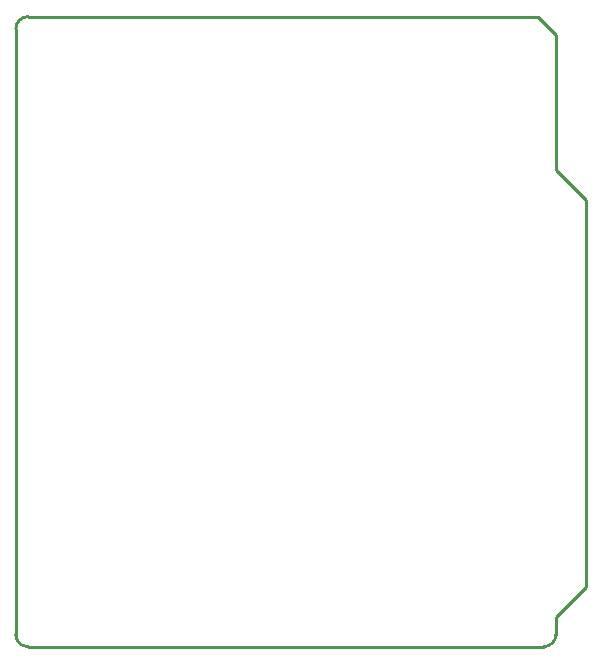
<source format=gbr>
G04 (created by PCBNEW (2013-07-07 BZR 4022)-stable) date Mon 05 Aug 2013 03:22:25 PM NZST*
%MOIN*%
G04 Gerber Fmt 3.4, Leading zero omitted, Abs format*
%FSLAX34Y34*%
G01*
G70*
G90*
G04 APERTURE LIST*
%ADD10C,0.00590551*%
%ADD11C,0.01*%
G04 APERTURE END LIST*
G54D10*
G54D11*
X28000Y-15100D02*
X28000Y-10600D01*
X29000Y-16100D02*
X28000Y-15100D01*
X29000Y-29000D02*
X29000Y-16100D01*
X27600Y-31000D02*
G75*
G03X28000Y-30600I0J400D01*
G74*
G01*
X10000Y-30600D02*
G75*
G03X10400Y-31000I400J0D01*
G74*
G01*
X10400Y-10000D02*
G75*
G03X10000Y-10400I0J-400D01*
G74*
G01*
X10000Y-30600D02*
X10000Y-10400D01*
X28000Y-10600D02*
X27400Y-10000D01*
X28000Y-30000D02*
X29000Y-29000D01*
X28000Y-30600D02*
X28000Y-30000D01*
X10400Y-10000D02*
X27400Y-10000D01*
X10400Y-31000D02*
X27600Y-31000D01*
M02*

</source>
